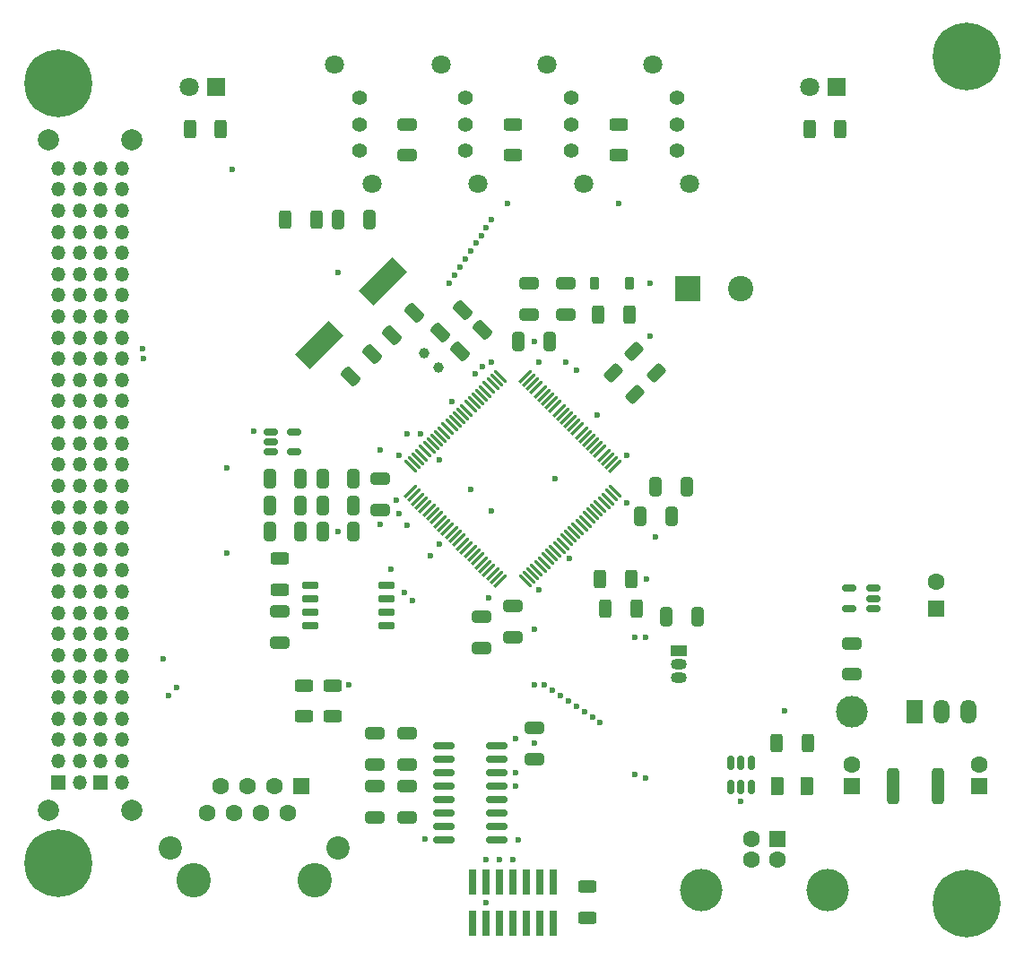
<source format=gts>
%TF.GenerationSoftware,KiCad,Pcbnew,8.0.5*%
%TF.CreationDate,2025-04-09T01:02:25+01:00*%
%TF.ProjectId,OBC2,4f424332-2e6b-4696-9361-645f70636258,A*%
%TF.SameCoordinates,Original*%
%TF.FileFunction,Soldermask,Top*%
%TF.FilePolarity,Negative*%
%FSLAX46Y46*%
G04 Gerber Fmt 4.6, Leading zero omitted, Abs format (unit mm)*
G04 Created by KiCad (PCBNEW 8.0.5) date 2025-04-09 01:02:25*
%MOMM*%
%LPD*%
G01*
G04 APERTURE LIST*
G04 Aperture macros list*
%AMRoundRect*
0 Rectangle with rounded corners*
0 $1 Rounding radius*
0 $2 $3 $4 $5 $6 $7 $8 $9 X,Y pos of 4 corners*
0 Add a 4 corners polygon primitive as box body*
4,1,4,$2,$3,$4,$5,$6,$7,$8,$9,$2,$3,0*
0 Add four circle primitives for the rounded corners*
1,1,$1+$1,$2,$3*
1,1,$1+$1,$4,$5*
1,1,$1+$1,$6,$7*
1,1,$1+$1,$8,$9*
0 Add four rect primitives between the rounded corners*
20,1,$1+$1,$2,$3,$4,$5,0*
20,1,$1+$1,$4,$5,$6,$7,0*
20,1,$1+$1,$6,$7,$8,$9,0*
20,1,$1+$1,$8,$9,$2,$3,0*%
%AMRotRect*
0 Rectangle, with rotation*
0 The origin of the aperture is its center*
0 $1 length*
0 $2 width*
0 $3 Rotation angle, in degrees counterclockwise*
0 Add horizontal line*
21,1,$1,$2,0,0,$3*%
G04 Aperture macros list end*
%ADD10RoundRect,0.250000X0.625000X-0.312500X0.625000X0.312500X-0.625000X0.312500X-0.625000X-0.312500X0*%
%ADD11RoundRect,0.150000X-0.512500X-0.150000X0.512500X-0.150000X0.512500X0.150000X-0.512500X0.150000X0*%
%ADD12RoundRect,0.150000X0.512500X0.150000X-0.512500X0.150000X-0.512500X-0.150000X0.512500X-0.150000X0*%
%ADD13C,1.000000*%
%ADD14RoundRect,0.250000X0.650000X-0.325000X0.650000X0.325000X-0.650000X0.325000X-0.650000X-0.325000X0*%
%ADD15RoundRect,0.250000X-0.312500X-0.625000X0.312500X-0.625000X0.312500X0.625000X-0.312500X0.625000X0*%
%ADD16R,2.400000X2.400000*%
%ADD17C,2.400000*%
%ADD18RoundRect,0.250000X-0.325000X-0.650000X0.325000X-0.650000X0.325000X0.650000X-0.325000X0.650000X0*%
%ADD19RoundRect,0.225000X-0.225000X-0.375000X0.225000X-0.375000X0.225000X0.375000X-0.225000X0.375000X0*%
%ADD20C,2.000000*%
%ADD21RoundRect,0.250000X0.325000X0.650000X-0.325000X0.650000X-0.325000X-0.650000X0.325000X-0.650000X0*%
%ADD22C,3.600000*%
%ADD23C,6.400000*%
%ADD24RoundRect,0.250000X-0.650000X0.325000X-0.650000X-0.325000X0.650000X-0.325000X0.650000X0.325000X0*%
%ADD25R,1.600000X1.600000*%
%ADD26C,1.600000*%
%ADD27O,1.350000X1.350000*%
%ADD28R,1.350000X1.350000*%
%ADD29RoundRect,0.250000X0.312500X0.625000X-0.312500X0.625000X-0.312500X-0.625000X0.312500X-0.625000X0*%
%ADD30C,4.000000*%
%ADD31RoundRect,0.250000X-0.625000X0.312500X-0.625000X-0.312500X0.625000X-0.312500X0.625000X0.312500X0*%
%ADD32R,1.500000X2.300000*%
%ADD33O,1.500000X2.300000*%
%ADD34C,3.250000*%
%ADD35RoundRect,0.248000X-0.552000X-0.552000X0.552000X-0.552000X0.552000X0.552000X-0.552000X0.552000X0*%
%ADD36C,2.200000*%
%ADD37RoundRect,0.250000X0.229810X-0.689429X0.689429X-0.229810X-0.229810X0.689429X-0.689429X0.229810X0*%
%ADD38R,1.800000X1.800000*%
%ADD39C,1.800000*%
%ADD40C,3.000000*%
%ADD41RoundRect,0.250000X-0.375000X-0.625000X0.375000X-0.625000X0.375000X0.625000X-0.375000X0.625000X0*%
%ADD42C,1.400000*%
%ADD43R,0.740000X2.400000*%
%ADD44RotRect,4.500000X2.000000X45.000000*%
%ADD45RoundRect,0.075000X-0.565685X0.459619X0.459619X-0.565685X0.565685X-0.459619X-0.459619X0.565685X0*%
%ADD46RoundRect,0.075000X-0.565685X-0.459619X-0.459619X-0.565685X0.565685X0.459619X0.459619X0.565685X0*%
%ADD47RoundRect,0.250000X-0.229810X0.689429X-0.689429X0.229810X0.229810X-0.689429X0.689429X-0.229810X0*%
%ADD48RoundRect,0.250000X0.662913X0.220971X0.220971X0.662913X-0.662913X-0.220971X-0.220971X-0.662913X0*%
%ADD49RoundRect,0.150000X0.150000X-0.512500X0.150000X0.512500X-0.150000X0.512500X-0.150000X-0.512500X0*%
%ADD50RoundRect,0.250000X-0.312500X-1.450000X0.312500X-1.450000X0.312500X1.450000X-0.312500X1.450000X0*%
%ADD51RoundRect,0.150000X-0.825000X-0.150000X0.825000X-0.150000X0.825000X0.150000X-0.825000X0.150000X0*%
%ADD52RoundRect,0.150000X-0.650000X-0.150000X0.650000X-0.150000X0.650000X0.150000X-0.650000X0.150000X0*%
%ADD53O,1.500000X1.050000*%
%ADD54R,1.500000X1.050000*%
%ADD55C,0.600000*%
G04 APERTURE END LIST*
D10*
%TO.C,R14*%
X98000000Y-64425000D03*
X98000000Y-61500000D03*
%TD*%
%TO.C,R13*%
X108000000Y-64425000D03*
X108000000Y-61500000D03*
%TD*%
D11*
%TO.C,IC2*%
X75112500Y-90550000D03*
X75112500Y-91500000D03*
X75112500Y-92450000D03*
X77387500Y-92450000D03*
X77387500Y-90550000D03*
%TD*%
D12*
%TO.C,IC1*%
X132000000Y-107250000D03*
X132000000Y-106300000D03*
X132000000Y-105350000D03*
X129725000Y-105350000D03*
X129725000Y-107250000D03*
%TD*%
D13*
%TO.C,Y2*%
X89656497Y-83156497D03*
X91000000Y-84500000D03*
%TD*%
D14*
%TO.C,C14*%
X98000000Y-109975000D03*
X98000000Y-107025000D03*
%TD*%
D15*
%TO.C,R3*%
X106750000Y-107250000D03*
X109675000Y-107250000D03*
%TD*%
%TO.C,R8*%
X106250000Y-104500000D03*
X109175000Y-104500000D03*
%TD*%
D16*
%TO.C,C19*%
X114500000Y-77000000D03*
D17*
X119500000Y-77000000D03*
%TD*%
D18*
%TO.C,C7*%
X80025000Y-95000000D03*
X82975000Y-95000000D03*
%TD*%
D19*
%TO.C,D1*%
X105700000Y-76500000D03*
X109000000Y-76500000D03*
%TD*%
D20*
%TO.C,H6*%
X62015000Y-62985000D03*
%TD*%
D14*
%TO.C,C29*%
X88000000Y-64450000D03*
X88000000Y-61500000D03*
%TD*%
D21*
%TO.C,C32*%
X115475000Y-108000000D03*
X112525000Y-108000000D03*
%TD*%
D14*
%TO.C,C11*%
X85500000Y-97975000D03*
X85500000Y-95025000D03*
%TD*%
D22*
%TO.C,H2*%
X140805000Y-55080000D03*
D23*
X140805000Y-55080000D03*
%TD*%
D24*
%TO.C,C4*%
X130000000Y-110525000D03*
X130000000Y-113475000D03*
%TD*%
D25*
%TO.C,C1*%
X130000000Y-124000000D03*
D26*
X130000000Y-122000000D03*
%TD*%
D21*
%TO.C,C10*%
X114450000Y-95750000D03*
X111500000Y-95750000D03*
%TD*%
D27*
%TO.C,J2*%
X57080000Y-123660000D03*
X57080000Y-121660000D03*
X57080000Y-119660000D03*
X57080000Y-117660000D03*
X57080000Y-115660000D03*
X57080000Y-113660000D03*
X57080000Y-111660000D03*
X57080000Y-109660000D03*
X57080000Y-107660000D03*
X57080000Y-105660000D03*
X57080000Y-103660000D03*
X57080000Y-101660000D03*
X57080000Y-99660000D03*
X57080000Y-97660000D03*
X57080000Y-95660000D03*
X57080000Y-93660000D03*
X57080000Y-91660000D03*
X57080000Y-89660000D03*
X57080000Y-87660000D03*
X57080000Y-85660000D03*
X57080000Y-83660000D03*
X57080000Y-81660000D03*
X57080000Y-79660000D03*
X57080000Y-77660000D03*
X57080000Y-75660000D03*
X57080000Y-73660000D03*
X57080000Y-71660000D03*
X57080000Y-69660000D03*
X57080000Y-67660000D03*
X57080000Y-65660000D03*
D28*
X55080000Y-123660000D03*
D27*
X55080000Y-121660000D03*
X55080000Y-119660000D03*
X55080000Y-117660000D03*
X55080000Y-115660000D03*
X55080000Y-113660000D03*
X55080000Y-111660000D03*
X55080000Y-109660000D03*
X55080000Y-107660000D03*
X55080000Y-105660000D03*
X55080000Y-103660000D03*
X55080000Y-101660000D03*
X55080000Y-99660000D03*
X55080000Y-97660000D03*
X55080000Y-95660000D03*
X55080000Y-93660000D03*
X55080000Y-91660000D03*
X55080000Y-89660000D03*
X55080000Y-87660000D03*
X55080000Y-85660000D03*
X55080000Y-83660000D03*
X55080000Y-81660000D03*
X55080000Y-79660000D03*
X55080000Y-77660000D03*
X55080000Y-75660000D03*
X55080000Y-73660000D03*
X55080000Y-71660000D03*
X55080000Y-69660000D03*
X55080000Y-67660000D03*
X55080000Y-65660000D03*
%TD*%
D18*
%TO.C,C12*%
X80025000Y-100000000D03*
X82975000Y-100000000D03*
%TD*%
D29*
%TO.C,R2*%
X109000000Y-79500000D03*
X106075000Y-79500000D03*
%TD*%
D21*
%TO.C,C6*%
X77975000Y-97500000D03*
X75025000Y-97500000D03*
%TD*%
D18*
%TO.C,C31*%
X75025000Y-100000000D03*
X77975000Y-100000000D03*
%TD*%
D25*
%TO.C,J3*%
X123000000Y-129000000D03*
D26*
X120500000Y-129000000D03*
X120500000Y-131000000D03*
X123000000Y-131000000D03*
D30*
X127750000Y-133860000D03*
X115750000Y-133860000D03*
%TD*%
D31*
%TO.C,R12*%
X105000000Y-133537500D03*
X105000000Y-136462500D03*
%TD*%
D32*
%TO.C,U2*%
X135960000Y-117000000D03*
D33*
X138500000Y-117000000D03*
X141040000Y-117000000D03*
%TD*%
D34*
%TO.C,J4*%
X79270000Y-132890000D03*
X67840000Y-132890000D03*
D35*
X78000000Y-124000000D03*
D26*
X76730000Y-126540000D03*
X75460000Y-124000000D03*
X74190000Y-126540000D03*
X72920000Y-124000000D03*
X71650000Y-126540000D03*
X70380000Y-124000000D03*
X69110000Y-126540000D03*
D36*
X81455000Y-129840000D03*
X65655000Y-129840000D03*
%TD*%
D37*
%TO.C,C16*%
X82664034Y-85335966D03*
X84750000Y-83250000D03*
%TD*%
%TO.C,C21*%
X93000000Y-83000000D03*
X95085966Y-80914034D03*
%TD*%
D24*
%TO.C,C27*%
X85000000Y-124025000D03*
X85000000Y-126975000D03*
%TD*%
D38*
%TO.C,D2*%
X128540000Y-58000000D03*
D39*
X126000000Y-58000000D03*
%TD*%
D10*
%TO.C,R7*%
X81000000Y-117462500D03*
X81000000Y-114537500D03*
%TD*%
D40*
%TO.C,TP1*%
X130000000Y-117000000D03*
%TD*%
D41*
%TO.C,F1*%
X123000000Y-124000000D03*
X125800000Y-124000000D03*
%TD*%
D38*
%TO.C,D3*%
X70000000Y-58000000D03*
D39*
X67460000Y-58000000D03*
%TD*%
D42*
%TO.C,S1*%
X113492500Y-64000000D03*
X113492500Y-61500000D03*
X113492500Y-59000000D03*
D39*
X114692500Y-67100000D03*
X111192500Y-55900000D03*
%TD*%
D18*
%TO.C,C5*%
X80025000Y-97500000D03*
X82975000Y-97500000D03*
%TD*%
D43*
%TO.C,J5*%
X94190000Y-136950000D03*
X94190000Y-133050000D03*
X95460000Y-136950000D03*
X95460000Y-133050000D03*
X96730000Y-136950000D03*
X96730000Y-133050000D03*
X98000000Y-136950000D03*
X98000000Y-133050000D03*
X99270000Y-136950000D03*
X99270000Y-133050000D03*
X100540000Y-136950000D03*
X100540000Y-133050000D03*
X101810000Y-136950000D03*
X101810000Y-133050000D03*
%TD*%
D22*
%TO.C,H3*%
X55080000Y-131280000D03*
D23*
X55080000Y-131280000D03*
%TD*%
D22*
%TO.C,H4*%
X140805000Y-135090000D03*
D23*
X140805000Y-135090000D03*
%TD*%
D24*
%TO.C,C9*%
X103000000Y-76550000D03*
X103000000Y-79500000D03*
%TD*%
D15*
%TO.C,R15*%
X79462500Y-70500000D03*
X76537500Y-70500000D03*
%TD*%
D44*
%TO.C,Y1*%
X79744796Y-82405204D03*
X85755204Y-76394796D03*
%TD*%
D21*
%TO.C,C13*%
X101475000Y-82000000D03*
X98525000Y-82000000D03*
%TD*%
D14*
%TO.C,C26*%
X85000000Y-122000000D03*
X85000000Y-119050000D03*
%TD*%
D42*
%TO.C,S3*%
X93492500Y-64000000D03*
X93492500Y-61500000D03*
X93492500Y-59000000D03*
D39*
X94692500Y-67100000D03*
X91192500Y-55900000D03*
%TD*%
D25*
%TO.C,C3*%
X138000000Y-107250000D03*
D26*
X138000000Y-104750000D03*
%TD*%
D21*
%TO.C,C8*%
X77975000Y-95000000D03*
X75025000Y-95000000D03*
%TD*%
D45*
%TO.C,U3*%
X96815596Y-85330315D03*
X96462043Y-85683868D03*
X96108489Y-86037422D03*
X95754936Y-86390975D03*
X95401383Y-86744528D03*
X95047829Y-87098082D03*
X94694276Y-87451635D03*
X94340722Y-87805189D03*
X93987169Y-88158742D03*
X93633616Y-88512295D03*
X93280062Y-88865849D03*
X92926509Y-89219402D03*
X92572955Y-89572955D03*
X92219402Y-89926509D03*
X91865849Y-90280062D03*
X91512295Y-90633616D03*
X91158742Y-90987169D03*
X90805189Y-91340722D03*
X90451635Y-91694276D03*
X90098082Y-92047829D03*
X89744528Y-92401383D03*
X89390975Y-92754936D03*
X89037422Y-93108489D03*
X88683868Y-93462043D03*
X88330315Y-93815596D03*
D46*
X88330315Y-96184404D03*
X88683868Y-96537957D03*
X89037422Y-96891511D03*
X89390975Y-97245064D03*
X89744528Y-97598617D03*
X90098082Y-97952171D03*
X90451635Y-98305724D03*
X90805189Y-98659278D03*
X91158742Y-99012831D03*
X91512295Y-99366384D03*
X91865849Y-99719938D03*
X92219402Y-100073491D03*
X92572955Y-100427045D03*
X92926509Y-100780598D03*
X93280062Y-101134151D03*
X93633616Y-101487705D03*
X93987169Y-101841258D03*
X94340722Y-102194811D03*
X94694276Y-102548365D03*
X95047829Y-102901918D03*
X95401383Y-103255472D03*
X95754936Y-103609025D03*
X96108489Y-103962578D03*
X96462043Y-104316132D03*
X96815596Y-104669685D03*
D45*
X99184404Y-104669685D03*
X99537957Y-104316132D03*
X99891511Y-103962578D03*
X100245064Y-103609025D03*
X100598617Y-103255472D03*
X100952171Y-102901918D03*
X101305724Y-102548365D03*
X101659278Y-102194811D03*
X102012831Y-101841258D03*
X102366384Y-101487705D03*
X102719938Y-101134151D03*
X103073491Y-100780598D03*
X103427045Y-100427045D03*
X103780598Y-100073491D03*
X104134151Y-99719938D03*
X104487705Y-99366384D03*
X104841258Y-99012831D03*
X105194811Y-98659278D03*
X105548365Y-98305724D03*
X105901918Y-97952171D03*
X106255472Y-97598617D03*
X106609025Y-97245064D03*
X106962578Y-96891511D03*
X107316132Y-96537957D03*
X107669685Y-96184404D03*
D46*
X107669685Y-93815596D03*
X107316132Y-93462043D03*
X106962578Y-93108489D03*
X106609025Y-92754936D03*
X106255472Y-92401383D03*
X105901918Y-92047829D03*
X105548365Y-91694276D03*
X105194811Y-91340722D03*
X104841258Y-90987169D03*
X104487705Y-90633616D03*
X104134151Y-90280062D03*
X103780598Y-89926509D03*
X103427045Y-89572955D03*
X103073491Y-89219402D03*
X102719938Y-88865849D03*
X102366384Y-88512295D03*
X102012831Y-88158742D03*
X101659278Y-87805189D03*
X101305724Y-87451635D03*
X100952171Y-87098082D03*
X100598617Y-86744528D03*
X100245064Y-86390975D03*
X99891511Y-86037422D03*
X99537957Y-85683868D03*
X99184404Y-85330315D03*
%TD*%
D21*
%TO.C,C18*%
X112950000Y-98500000D03*
X110000000Y-98500000D03*
%TD*%
D10*
%TO.C,R6*%
X78250000Y-117462500D03*
X78250000Y-114537500D03*
%TD*%
D14*
%TO.C,C17*%
X95000000Y-110975000D03*
X95000000Y-108025000D03*
%TD*%
D37*
%TO.C,C22*%
X91156497Y-81156497D03*
X93242463Y-79070531D03*
%TD*%
D42*
%TO.C,S2*%
X103492500Y-64000000D03*
X103492500Y-61500000D03*
X103492500Y-59000000D03*
D39*
X104692500Y-67100000D03*
X101192500Y-55900000D03*
%TD*%
D14*
%TO.C,C25*%
X88000000Y-126975000D03*
X88000000Y-124025000D03*
%TD*%
D47*
%TO.C,C15*%
X88685966Y-79314034D03*
X86600000Y-81400000D03*
%TD*%
D48*
%TO.C,R4*%
X109534144Y-87034144D03*
X107465856Y-84965856D03*
%TD*%
D24*
%TO.C,C20*%
X99500000Y-76550000D03*
X99500000Y-79500000D03*
%TD*%
D14*
%TO.C,C23*%
X88000000Y-122000000D03*
X88000000Y-119050000D03*
%TD*%
D20*
%TO.C,H5*%
X54145000Y-62985000D03*
%TD*%
%TO.C,H7*%
X54145000Y-126335000D03*
%TD*%
D49*
%TO.C,U1*%
X118600000Y-121862500D03*
X119550000Y-121862500D03*
X120500000Y-121862500D03*
X120500000Y-124137500D03*
X119550000Y-124137500D03*
X118600000Y-124137500D03*
%TD*%
D22*
%TO.C,H1*%
X55080000Y-57620000D03*
D23*
X55080000Y-57620000D03*
%TD*%
D27*
%TO.C,J1*%
X61080000Y-123660000D03*
X61080000Y-121660000D03*
X61080000Y-119660000D03*
X61080000Y-117660000D03*
X61080000Y-115660000D03*
X61080000Y-113660000D03*
X61080000Y-111660000D03*
X61080000Y-109660000D03*
X61080000Y-107660000D03*
X61080000Y-105660000D03*
X61080000Y-103660000D03*
X61080000Y-101660000D03*
X61080000Y-99660000D03*
X61080000Y-97660000D03*
X61080000Y-95660000D03*
X61080000Y-93660000D03*
X61080000Y-91660000D03*
X61080000Y-89660000D03*
X61080000Y-87660000D03*
X61080000Y-85660000D03*
X61080000Y-83660000D03*
X61080000Y-81660000D03*
X61080000Y-79660000D03*
X61080000Y-77660000D03*
X61080000Y-75660000D03*
X61080000Y-73660000D03*
X61080000Y-71660000D03*
X61080000Y-69660000D03*
X61080000Y-67660000D03*
X61080000Y-65660000D03*
D28*
X59080000Y-123660000D03*
D27*
X59080000Y-121660000D03*
X59080000Y-119660000D03*
X59080000Y-117660000D03*
X59080000Y-115660000D03*
X59080000Y-113660000D03*
X59080000Y-111660000D03*
X59080000Y-109660000D03*
X59080000Y-107660000D03*
X59080000Y-105660000D03*
X59080000Y-103660000D03*
X59080000Y-101660000D03*
X59080000Y-99660000D03*
X59080000Y-97660000D03*
X59080000Y-95660000D03*
X59080000Y-93660000D03*
X59080000Y-91660000D03*
X59080000Y-89660000D03*
X59080000Y-87660000D03*
X59080000Y-85660000D03*
X59080000Y-83660000D03*
X59080000Y-81660000D03*
X59080000Y-79660000D03*
X59080000Y-77660000D03*
X59080000Y-75660000D03*
X59080000Y-73660000D03*
X59080000Y-71660000D03*
X59080000Y-69660000D03*
X59080000Y-67660000D03*
X59080000Y-65660000D03*
%TD*%
D20*
%TO.C,H8*%
X62015000Y-126335000D03*
%TD*%
D15*
%TO.C,R1*%
X122937500Y-120000000D03*
X125862500Y-120000000D03*
%TD*%
D24*
%TO.C,C24*%
X100000000Y-118550000D03*
X100000000Y-121500000D03*
%TD*%
D21*
%TO.C,C30*%
X84475000Y-70500000D03*
X81525000Y-70500000D03*
%TD*%
D42*
%TO.C,S4*%
X83492500Y-64000000D03*
X83492500Y-61500000D03*
X83492500Y-59000000D03*
D39*
X84692500Y-67100000D03*
X81192500Y-55900000D03*
%TD*%
D25*
%TO.C,C2*%
X142000000Y-124000000D03*
D26*
X142000000Y-122000000D03*
%TD*%
D29*
%TO.C,R10*%
X70425000Y-62000000D03*
X67500000Y-62000000D03*
%TD*%
D50*
%TO.C,L1*%
X133862500Y-124000000D03*
X138137500Y-124000000D03*
%TD*%
D51*
%TO.C,U4*%
X91525000Y-120190000D03*
X91525000Y-121460000D03*
X91525000Y-122730000D03*
X91525000Y-124000000D03*
X91525000Y-125270000D03*
X91525000Y-126540000D03*
X91525000Y-127810000D03*
X91525000Y-129080000D03*
X96475000Y-129080000D03*
X96475000Y-127810000D03*
X96475000Y-126540000D03*
X96475000Y-125270000D03*
X96475000Y-124000000D03*
X96475000Y-122730000D03*
X96475000Y-121460000D03*
X96475000Y-120190000D03*
%TD*%
D52*
%TO.C,U5*%
X78900000Y-105095000D03*
X78900000Y-106365000D03*
X78900000Y-107635000D03*
X78900000Y-108905000D03*
X86100000Y-108905000D03*
X86100000Y-107635000D03*
X86100000Y-106365000D03*
X86100000Y-105095000D03*
%TD*%
D53*
%TO.C,U6*%
X113640000Y-113770000D03*
X113640000Y-112500000D03*
D54*
X113640000Y-111230000D03*
%TD*%
D48*
%TO.C,R5*%
X111534144Y-85034144D03*
X109465856Y-82965856D03*
%TD*%
D29*
%TO.C,R9*%
X128925000Y-62000000D03*
X126000000Y-62000000D03*
%TD*%
D31*
%TO.C,R11*%
X76000000Y-102537500D03*
X76000000Y-105462500D03*
%TD*%
D24*
%TO.C,C28*%
X76000000Y-107525000D03*
X76000000Y-110475000D03*
%TD*%
D55*
X90250000Y-102250000D03*
X108000000Y-69000000D03*
X103000000Y-84000000D03*
X104000000Y-84750000D03*
X63125000Y-83625000D03*
X63065000Y-82685000D03*
X88000000Y-90750000D03*
X71000000Y-102000000D03*
X71000000Y-94000000D03*
X106250000Y-118000000D03*
X105500000Y-117500000D03*
X104750000Y-117000000D03*
X104000000Y-116500000D03*
X103250000Y-116000000D03*
X102500000Y-115500000D03*
X101750000Y-115000000D03*
X91103850Y-93195020D03*
X100000000Y-82000000D03*
X86500000Y-103500000D03*
X102000000Y-95000000D03*
X96000000Y-98000000D03*
X81500000Y-100000000D03*
X65000000Y-112000000D03*
X94000000Y-96000000D03*
X85500000Y-99325735D03*
X82500000Y-114500000D03*
X108750000Y-97250000D03*
X100500000Y-84000000D03*
X96000000Y-84000000D03*
X110600000Y-104500000D03*
X87250000Y-98250000D03*
X87750000Y-105750000D03*
X100000000Y-114500000D03*
X100000000Y-120000000D03*
X100000000Y-109250000D03*
X95750000Y-106250000D03*
X92277818Y-87722182D03*
X95500000Y-135000000D03*
X111000000Y-76500000D03*
X111500000Y-100500000D03*
X111000000Y-81500000D03*
X98000000Y-131000000D03*
X110500000Y-123250000D03*
X105989949Y-88989949D03*
X110500000Y-110000000D03*
X108742641Y-92742641D03*
X109500000Y-122960000D03*
X109500000Y-110000000D03*
X96750000Y-131000000D03*
X95500000Y-131000000D03*
X123625000Y-116875000D03*
X103349564Y-102551907D03*
X71500000Y-65750000D03*
X97500000Y-69000000D03*
X91049265Y-101200735D03*
X88000000Y-99348529D03*
X88500000Y-106499999D03*
X92500000Y-75750000D03*
X95000000Y-72000000D03*
X95500000Y-71250000D03*
X92000000Y-76500000D03*
X98250000Y-119500000D03*
X98500000Y-129080000D03*
X87286657Y-92768329D03*
X96000000Y-70500000D03*
X87000000Y-97000000D03*
X89750000Y-129000000D03*
X98250000Y-122730000D03*
X98250000Y-124000000D03*
X89250000Y-90750000D03*
X100500000Y-105500000D03*
X85500000Y-92250000D03*
X81500000Y-75500000D03*
X66250000Y-114750000D03*
X101000000Y-114500000D03*
X65500000Y-115500000D03*
X95139088Y-84360912D03*
X94431980Y-85068020D03*
X94000000Y-73500000D03*
X94500000Y-72750000D03*
X93500000Y-74250000D03*
X93000000Y-75000000D03*
X119500000Y-125500000D03*
X73500000Y-90500000D03*
M02*

</source>
